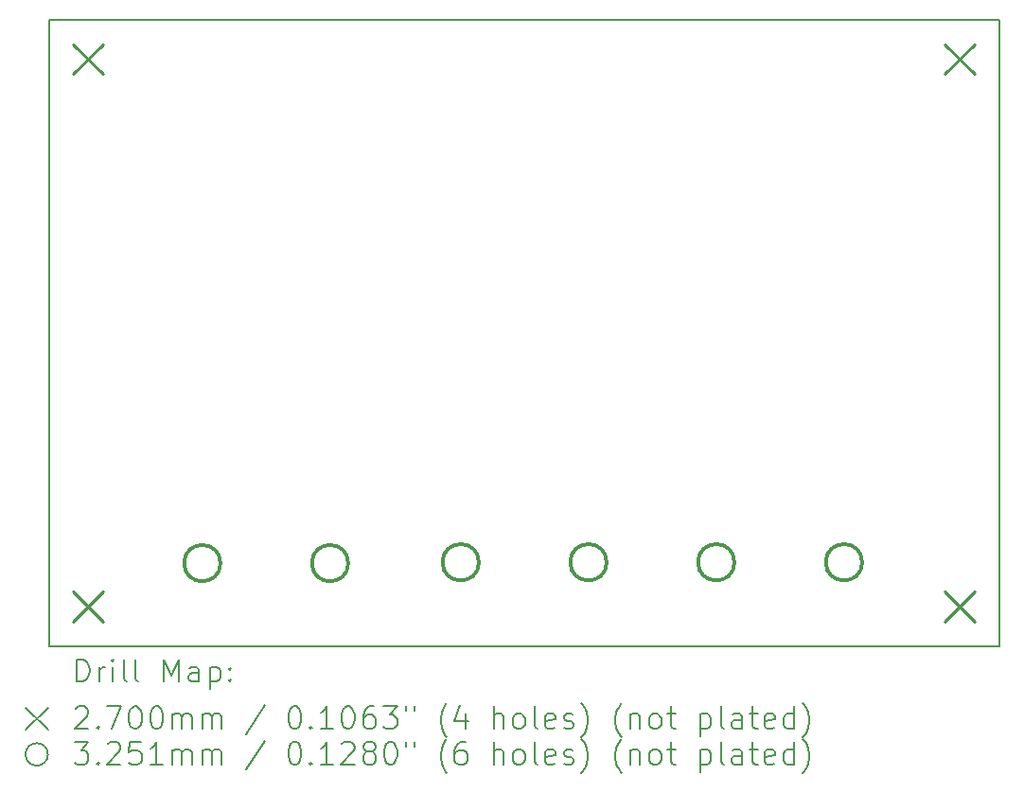
<source format=gbr>
%FSLAX45Y45*%
G04 Gerber Fmt 4.5, Leading zero omitted, Abs format (unit mm)*
G04 Created by KiCad (PCBNEW (6.0.1)) date 2022-11-09 23:02:25*
%MOMM*%
%LPD*%
G01*
G04 APERTURE LIST*
%TA.AperFunction,Profile*%
%ADD10C,0.200000*%
%TD*%
%ADD11C,0.200000*%
%ADD12C,0.270000*%
%ADD13C,0.325120*%
G04 APERTURE END LIST*
D10*
X0Y0D02*
X8500000Y0D01*
X8500000Y0D02*
X8500000Y-5600000D01*
X8500000Y-5600000D02*
X0Y-5600000D01*
X0Y-5600000D02*
X0Y0D01*
D11*
D12*
X215000Y-215000D02*
X485000Y-485000D01*
X485000Y-215000D02*
X215000Y-485000D01*
X215000Y-5115000D02*
X485000Y-5385000D01*
X485000Y-5115000D02*
X215000Y-5385000D01*
X8015000Y-215000D02*
X8285000Y-485000D01*
X8285000Y-215000D02*
X8015000Y-485000D01*
X8015000Y-5115000D02*
X8285000Y-5385000D01*
X8285000Y-5115000D02*
X8015000Y-5385000D01*
D13*
X1534160Y-4859100D02*
G75*
G03*
X1534160Y-4859100I-162560J0D01*
G01*
X2677160Y-4859100D02*
G75*
G03*
X2677160Y-4859100I-162560J0D01*
G01*
X3845560Y-4851400D02*
G75*
G03*
X3845560Y-4851400I-162560J0D01*
G01*
X4988560Y-4851400D02*
G75*
G03*
X4988560Y-4851400I-162560J0D01*
G01*
X6131560Y-4851400D02*
G75*
G03*
X6131560Y-4851400I-162560J0D01*
G01*
X7274560Y-4851400D02*
G75*
G03*
X7274560Y-4851400I-162560J0D01*
G01*
D11*
X247619Y-5920476D02*
X247619Y-5720476D01*
X295238Y-5720476D01*
X323810Y-5730000D01*
X342857Y-5749048D01*
X352381Y-5768095D01*
X361905Y-5806190D01*
X361905Y-5834762D01*
X352381Y-5872857D01*
X342857Y-5891905D01*
X323810Y-5910952D01*
X295238Y-5920476D01*
X247619Y-5920476D01*
X447619Y-5920476D02*
X447619Y-5787143D01*
X447619Y-5825238D02*
X457143Y-5806190D01*
X466667Y-5796667D01*
X485714Y-5787143D01*
X504762Y-5787143D01*
X571429Y-5920476D02*
X571429Y-5787143D01*
X571429Y-5720476D02*
X561905Y-5730000D01*
X571429Y-5739524D01*
X580952Y-5730000D01*
X571429Y-5720476D01*
X571429Y-5739524D01*
X695238Y-5920476D02*
X676190Y-5910952D01*
X666667Y-5891905D01*
X666667Y-5720476D01*
X800000Y-5920476D02*
X780952Y-5910952D01*
X771428Y-5891905D01*
X771428Y-5720476D01*
X1028571Y-5920476D02*
X1028571Y-5720476D01*
X1095238Y-5863333D01*
X1161905Y-5720476D01*
X1161905Y-5920476D01*
X1342857Y-5920476D02*
X1342857Y-5815714D01*
X1333333Y-5796667D01*
X1314286Y-5787143D01*
X1276190Y-5787143D01*
X1257143Y-5796667D01*
X1342857Y-5910952D02*
X1323810Y-5920476D01*
X1276190Y-5920476D01*
X1257143Y-5910952D01*
X1247619Y-5891905D01*
X1247619Y-5872857D01*
X1257143Y-5853809D01*
X1276190Y-5844286D01*
X1323810Y-5844286D01*
X1342857Y-5834762D01*
X1438095Y-5787143D02*
X1438095Y-5987143D01*
X1438095Y-5796667D02*
X1457143Y-5787143D01*
X1495238Y-5787143D01*
X1514286Y-5796667D01*
X1523809Y-5806190D01*
X1533333Y-5825238D01*
X1533333Y-5882381D01*
X1523809Y-5901428D01*
X1514286Y-5910952D01*
X1495238Y-5920476D01*
X1457143Y-5920476D01*
X1438095Y-5910952D01*
X1619048Y-5901428D02*
X1628571Y-5910952D01*
X1619048Y-5920476D01*
X1609524Y-5910952D01*
X1619048Y-5901428D01*
X1619048Y-5920476D01*
X1619048Y-5796667D02*
X1628571Y-5806190D01*
X1619048Y-5815714D01*
X1609524Y-5806190D01*
X1619048Y-5796667D01*
X1619048Y-5815714D01*
X-210000Y-6150000D02*
X-10000Y-6350000D01*
X-10000Y-6150000D02*
X-210000Y-6350000D01*
X238095Y-6159524D02*
X247619Y-6150000D01*
X266667Y-6140476D01*
X314286Y-6140476D01*
X333333Y-6150000D01*
X342857Y-6159524D01*
X352381Y-6178571D01*
X352381Y-6197619D01*
X342857Y-6226190D01*
X228571Y-6340476D01*
X352381Y-6340476D01*
X438095Y-6321428D02*
X447619Y-6330952D01*
X438095Y-6340476D01*
X428571Y-6330952D01*
X438095Y-6321428D01*
X438095Y-6340476D01*
X514286Y-6140476D02*
X647619Y-6140476D01*
X561905Y-6340476D01*
X761905Y-6140476D02*
X780952Y-6140476D01*
X800000Y-6150000D01*
X809524Y-6159524D01*
X819048Y-6178571D01*
X828571Y-6216667D01*
X828571Y-6264286D01*
X819048Y-6302381D01*
X809524Y-6321428D01*
X800000Y-6330952D01*
X780952Y-6340476D01*
X761905Y-6340476D01*
X742857Y-6330952D01*
X733333Y-6321428D01*
X723809Y-6302381D01*
X714286Y-6264286D01*
X714286Y-6216667D01*
X723809Y-6178571D01*
X733333Y-6159524D01*
X742857Y-6150000D01*
X761905Y-6140476D01*
X952381Y-6140476D02*
X971428Y-6140476D01*
X990476Y-6150000D01*
X1000000Y-6159524D01*
X1009524Y-6178571D01*
X1019048Y-6216667D01*
X1019048Y-6264286D01*
X1009524Y-6302381D01*
X1000000Y-6321428D01*
X990476Y-6330952D01*
X971428Y-6340476D01*
X952381Y-6340476D01*
X933333Y-6330952D01*
X923809Y-6321428D01*
X914286Y-6302381D01*
X904762Y-6264286D01*
X904762Y-6216667D01*
X914286Y-6178571D01*
X923809Y-6159524D01*
X933333Y-6150000D01*
X952381Y-6140476D01*
X1104762Y-6340476D02*
X1104762Y-6207143D01*
X1104762Y-6226190D02*
X1114286Y-6216667D01*
X1133333Y-6207143D01*
X1161905Y-6207143D01*
X1180952Y-6216667D01*
X1190476Y-6235714D01*
X1190476Y-6340476D01*
X1190476Y-6235714D02*
X1200000Y-6216667D01*
X1219048Y-6207143D01*
X1247619Y-6207143D01*
X1266667Y-6216667D01*
X1276190Y-6235714D01*
X1276190Y-6340476D01*
X1371429Y-6340476D02*
X1371429Y-6207143D01*
X1371429Y-6226190D02*
X1380952Y-6216667D01*
X1400000Y-6207143D01*
X1428571Y-6207143D01*
X1447619Y-6216667D01*
X1457143Y-6235714D01*
X1457143Y-6340476D01*
X1457143Y-6235714D02*
X1466667Y-6216667D01*
X1485714Y-6207143D01*
X1514286Y-6207143D01*
X1533333Y-6216667D01*
X1542857Y-6235714D01*
X1542857Y-6340476D01*
X1933333Y-6130952D02*
X1761905Y-6388095D01*
X2190476Y-6140476D02*
X2209524Y-6140476D01*
X2228571Y-6150000D01*
X2238095Y-6159524D01*
X2247619Y-6178571D01*
X2257143Y-6216667D01*
X2257143Y-6264286D01*
X2247619Y-6302381D01*
X2238095Y-6321428D01*
X2228571Y-6330952D01*
X2209524Y-6340476D01*
X2190476Y-6340476D01*
X2171429Y-6330952D01*
X2161905Y-6321428D01*
X2152381Y-6302381D01*
X2142857Y-6264286D01*
X2142857Y-6216667D01*
X2152381Y-6178571D01*
X2161905Y-6159524D01*
X2171429Y-6150000D01*
X2190476Y-6140476D01*
X2342857Y-6321428D02*
X2352381Y-6330952D01*
X2342857Y-6340476D01*
X2333333Y-6330952D01*
X2342857Y-6321428D01*
X2342857Y-6340476D01*
X2542857Y-6340476D02*
X2428571Y-6340476D01*
X2485714Y-6340476D02*
X2485714Y-6140476D01*
X2466667Y-6169048D01*
X2447619Y-6188095D01*
X2428571Y-6197619D01*
X2666667Y-6140476D02*
X2685714Y-6140476D01*
X2704762Y-6150000D01*
X2714286Y-6159524D01*
X2723810Y-6178571D01*
X2733333Y-6216667D01*
X2733333Y-6264286D01*
X2723810Y-6302381D01*
X2714286Y-6321428D01*
X2704762Y-6330952D01*
X2685714Y-6340476D01*
X2666667Y-6340476D01*
X2647619Y-6330952D01*
X2638095Y-6321428D01*
X2628571Y-6302381D01*
X2619048Y-6264286D01*
X2619048Y-6216667D01*
X2628571Y-6178571D01*
X2638095Y-6159524D01*
X2647619Y-6150000D01*
X2666667Y-6140476D01*
X2904762Y-6140476D02*
X2866667Y-6140476D01*
X2847619Y-6150000D01*
X2838095Y-6159524D01*
X2819048Y-6188095D01*
X2809524Y-6226190D01*
X2809524Y-6302381D01*
X2819048Y-6321428D01*
X2828571Y-6330952D01*
X2847619Y-6340476D01*
X2885714Y-6340476D01*
X2904762Y-6330952D01*
X2914286Y-6321428D01*
X2923809Y-6302381D01*
X2923809Y-6254762D01*
X2914286Y-6235714D01*
X2904762Y-6226190D01*
X2885714Y-6216667D01*
X2847619Y-6216667D01*
X2828571Y-6226190D01*
X2819048Y-6235714D01*
X2809524Y-6254762D01*
X2990476Y-6140476D02*
X3114286Y-6140476D01*
X3047619Y-6216667D01*
X3076190Y-6216667D01*
X3095238Y-6226190D01*
X3104762Y-6235714D01*
X3114286Y-6254762D01*
X3114286Y-6302381D01*
X3104762Y-6321428D01*
X3095238Y-6330952D01*
X3076190Y-6340476D01*
X3019048Y-6340476D01*
X3000000Y-6330952D01*
X2990476Y-6321428D01*
X3190476Y-6140476D02*
X3190476Y-6178571D01*
X3266667Y-6140476D02*
X3266667Y-6178571D01*
X3561905Y-6416667D02*
X3552381Y-6407143D01*
X3533333Y-6378571D01*
X3523809Y-6359524D01*
X3514286Y-6330952D01*
X3504762Y-6283333D01*
X3504762Y-6245238D01*
X3514286Y-6197619D01*
X3523809Y-6169048D01*
X3533333Y-6150000D01*
X3552381Y-6121428D01*
X3561905Y-6111905D01*
X3723809Y-6207143D02*
X3723809Y-6340476D01*
X3676190Y-6130952D02*
X3628571Y-6273809D01*
X3752381Y-6273809D01*
X3980952Y-6340476D02*
X3980952Y-6140476D01*
X4066667Y-6340476D02*
X4066667Y-6235714D01*
X4057143Y-6216667D01*
X4038095Y-6207143D01*
X4009524Y-6207143D01*
X3990476Y-6216667D01*
X3980952Y-6226190D01*
X4190476Y-6340476D02*
X4171428Y-6330952D01*
X4161905Y-6321428D01*
X4152381Y-6302381D01*
X4152381Y-6245238D01*
X4161905Y-6226190D01*
X4171428Y-6216667D01*
X4190476Y-6207143D01*
X4219048Y-6207143D01*
X4238095Y-6216667D01*
X4247619Y-6226190D01*
X4257143Y-6245238D01*
X4257143Y-6302381D01*
X4247619Y-6321428D01*
X4238095Y-6330952D01*
X4219048Y-6340476D01*
X4190476Y-6340476D01*
X4371429Y-6340476D02*
X4352381Y-6330952D01*
X4342857Y-6311905D01*
X4342857Y-6140476D01*
X4523810Y-6330952D02*
X4504762Y-6340476D01*
X4466667Y-6340476D01*
X4447619Y-6330952D01*
X4438095Y-6311905D01*
X4438095Y-6235714D01*
X4447619Y-6216667D01*
X4466667Y-6207143D01*
X4504762Y-6207143D01*
X4523810Y-6216667D01*
X4533333Y-6235714D01*
X4533333Y-6254762D01*
X4438095Y-6273809D01*
X4609524Y-6330952D02*
X4628571Y-6340476D01*
X4666667Y-6340476D01*
X4685714Y-6330952D01*
X4695238Y-6311905D01*
X4695238Y-6302381D01*
X4685714Y-6283333D01*
X4666667Y-6273809D01*
X4638095Y-6273809D01*
X4619048Y-6264286D01*
X4609524Y-6245238D01*
X4609524Y-6235714D01*
X4619048Y-6216667D01*
X4638095Y-6207143D01*
X4666667Y-6207143D01*
X4685714Y-6216667D01*
X4761905Y-6416667D02*
X4771429Y-6407143D01*
X4790476Y-6378571D01*
X4800000Y-6359524D01*
X4809524Y-6330952D01*
X4819048Y-6283333D01*
X4819048Y-6245238D01*
X4809524Y-6197619D01*
X4800000Y-6169048D01*
X4790476Y-6150000D01*
X4771429Y-6121428D01*
X4761905Y-6111905D01*
X5123810Y-6416667D02*
X5114286Y-6407143D01*
X5095238Y-6378571D01*
X5085714Y-6359524D01*
X5076190Y-6330952D01*
X5066667Y-6283333D01*
X5066667Y-6245238D01*
X5076190Y-6197619D01*
X5085714Y-6169048D01*
X5095238Y-6150000D01*
X5114286Y-6121428D01*
X5123810Y-6111905D01*
X5200000Y-6207143D02*
X5200000Y-6340476D01*
X5200000Y-6226190D02*
X5209524Y-6216667D01*
X5228571Y-6207143D01*
X5257143Y-6207143D01*
X5276190Y-6216667D01*
X5285714Y-6235714D01*
X5285714Y-6340476D01*
X5409524Y-6340476D02*
X5390476Y-6330952D01*
X5380952Y-6321428D01*
X5371429Y-6302381D01*
X5371429Y-6245238D01*
X5380952Y-6226190D01*
X5390476Y-6216667D01*
X5409524Y-6207143D01*
X5438095Y-6207143D01*
X5457143Y-6216667D01*
X5466667Y-6226190D01*
X5476190Y-6245238D01*
X5476190Y-6302381D01*
X5466667Y-6321428D01*
X5457143Y-6330952D01*
X5438095Y-6340476D01*
X5409524Y-6340476D01*
X5533333Y-6207143D02*
X5609524Y-6207143D01*
X5561905Y-6140476D02*
X5561905Y-6311905D01*
X5571429Y-6330952D01*
X5590476Y-6340476D01*
X5609524Y-6340476D01*
X5828571Y-6207143D02*
X5828571Y-6407143D01*
X5828571Y-6216667D02*
X5847619Y-6207143D01*
X5885714Y-6207143D01*
X5904762Y-6216667D01*
X5914286Y-6226190D01*
X5923809Y-6245238D01*
X5923809Y-6302381D01*
X5914286Y-6321428D01*
X5904762Y-6330952D01*
X5885714Y-6340476D01*
X5847619Y-6340476D01*
X5828571Y-6330952D01*
X6038095Y-6340476D02*
X6019048Y-6330952D01*
X6009524Y-6311905D01*
X6009524Y-6140476D01*
X6200000Y-6340476D02*
X6200000Y-6235714D01*
X6190476Y-6216667D01*
X6171428Y-6207143D01*
X6133333Y-6207143D01*
X6114286Y-6216667D01*
X6200000Y-6330952D02*
X6180952Y-6340476D01*
X6133333Y-6340476D01*
X6114286Y-6330952D01*
X6104762Y-6311905D01*
X6104762Y-6292857D01*
X6114286Y-6273809D01*
X6133333Y-6264286D01*
X6180952Y-6264286D01*
X6200000Y-6254762D01*
X6266667Y-6207143D02*
X6342857Y-6207143D01*
X6295238Y-6140476D02*
X6295238Y-6311905D01*
X6304762Y-6330952D01*
X6323809Y-6340476D01*
X6342857Y-6340476D01*
X6485714Y-6330952D02*
X6466667Y-6340476D01*
X6428571Y-6340476D01*
X6409524Y-6330952D01*
X6400000Y-6311905D01*
X6400000Y-6235714D01*
X6409524Y-6216667D01*
X6428571Y-6207143D01*
X6466667Y-6207143D01*
X6485714Y-6216667D01*
X6495238Y-6235714D01*
X6495238Y-6254762D01*
X6400000Y-6273809D01*
X6666667Y-6340476D02*
X6666667Y-6140476D01*
X6666667Y-6330952D02*
X6647619Y-6340476D01*
X6609524Y-6340476D01*
X6590476Y-6330952D01*
X6580952Y-6321428D01*
X6571428Y-6302381D01*
X6571428Y-6245238D01*
X6580952Y-6226190D01*
X6590476Y-6216667D01*
X6609524Y-6207143D01*
X6647619Y-6207143D01*
X6666667Y-6216667D01*
X6742857Y-6416667D02*
X6752381Y-6407143D01*
X6771428Y-6378571D01*
X6780952Y-6359524D01*
X6790476Y-6330952D01*
X6800000Y-6283333D01*
X6800000Y-6245238D01*
X6790476Y-6197619D01*
X6780952Y-6169048D01*
X6771428Y-6150000D01*
X6752381Y-6121428D01*
X6742857Y-6111905D01*
X-10000Y-6570000D02*
G75*
G03*
X-10000Y-6570000I-100000J0D01*
G01*
X228571Y-6460476D02*
X352381Y-6460476D01*
X285714Y-6536667D01*
X314286Y-6536667D01*
X333333Y-6546190D01*
X342857Y-6555714D01*
X352381Y-6574762D01*
X352381Y-6622381D01*
X342857Y-6641428D01*
X333333Y-6650952D01*
X314286Y-6660476D01*
X257143Y-6660476D01*
X238095Y-6650952D01*
X228571Y-6641428D01*
X438095Y-6641428D02*
X447619Y-6650952D01*
X438095Y-6660476D01*
X428571Y-6650952D01*
X438095Y-6641428D01*
X438095Y-6660476D01*
X523809Y-6479524D02*
X533333Y-6470000D01*
X552381Y-6460476D01*
X600000Y-6460476D01*
X619048Y-6470000D01*
X628571Y-6479524D01*
X638095Y-6498571D01*
X638095Y-6517619D01*
X628571Y-6546190D01*
X514286Y-6660476D01*
X638095Y-6660476D01*
X819048Y-6460476D02*
X723809Y-6460476D01*
X714286Y-6555714D01*
X723809Y-6546190D01*
X742857Y-6536667D01*
X790476Y-6536667D01*
X809524Y-6546190D01*
X819048Y-6555714D01*
X828571Y-6574762D01*
X828571Y-6622381D01*
X819048Y-6641428D01*
X809524Y-6650952D01*
X790476Y-6660476D01*
X742857Y-6660476D01*
X723809Y-6650952D01*
X714286Y-6641428D01*
X1019048Y-6660476D02*
X904762Y-6660476D01*
X961905Y-6660476D02*
X961905Y-6460476D01*
X942857Y-6489048D01*
X923809Y-6508095D01*
X904762Y-6517619D01*
X1104762Y-6660476D02*
X1104762Y-6527143D01*
X1104762Y-6546190D02*
X1114286Y-6536667D01*
X1133333Y-6527143D01*
X1161905Y-6527143D01*
X1180952Y-6536667D01*
X1190476Y-6555714D01*
X1190476Y-6660476D01*
X1190476Y-6555714D02*
X1200000Y-6536667D01*
X1219048Y-6527143D01*
X1247619Y-6527143D01*
X1266667Y-6536667D01*
X1276190Y-6555714D01*
X1276190Y-6660476D01*
X1371429Y-6660476D02*
X1371429Y-6527143D01*
X1371429Y-6546190D02*
X1380952Y-6536667D01*
X1400000Y-6527143D01*
X1428571Y-6527143D01*
X1447619Y-6536667D01*
X1457143Y-6555714D01*
X1457143Y-6660476D01*
X1457143Y-6555714D02*
X1466667Y-6536667D01*
X1485714Y-6527143D01*
X1514286Y-6527143D01*
X1533333Y-6536667D01*
X1542857Y-6555714D01*
X1542857Y-6660476D01*
X1933333Y-6450952D02*
X1761905Y-6708095D01*
X2190476Y-6460476D02*
X2209524Y-6460476D01*
X2228571Y-6470000D01*
X2238095Y-6479524D01*
X2247619Y-6498571D01*
X2257143Y-6536667D01*
X2257143Y-6584286D01*
X2247619Y-6622381D01*
X2238095Y-6641428D01*
X2228571Y-6650952D01*
X2209524Y-6660476D01*
X2190476Y-6660476D01*
X2171429Y-6650952D01*
X2161905Y-6641428D01*
X2152381Y-6622381D01*
X2142857Y-6584286D01*
X2142857Y-6536667D01*
X2152381Y-6498571D01*
X2161905Y-6479524D01*
X2171429Y-6470000D01*
X2190476Y-6460476D01*
X2342857Y-6641428D02*
X2352381Y-6650952D01*
X2342857Y-6660476D01*
X2333333Y-6650952D01*
X2342857Y-6641428D01*
X2342857Y-6660476D01*
X2542857Y-6660476D02*
X2428571Y-6660476D01*
X2485714Y-6660476D02*
X2485714Y-6460476D01*
X2466667Y-6489048D01*
X2447619Y-6508095D01*
X2428571Y-6517619D01*
X2619048Y-6479524D02*
X2628571Y-6470000D01*
X2647619Y-6460476D01*
X2695238Y-6460476D01*
X2714286Y-6470000D01*
X2723810Y-6479524D01*
X2733333Y-6498571D01*
X2733333Y-6517619D01*
X2723810Y-6546190D01*
X2609524Y-6660476D01*
X2733333Y-6660476D01*
X2847619Y-6546190D02*
X2828571Y-6536667D01*
X2819048Y-6527143D01*
X2809524Y-6508095D01*
X2809524Y-6498571D01*
X2819048Y-6479524D01*
X2828571Y-6470000D01*
X2847619Y-6460476D01*
X2885714Y-6460476D01*
X2904762Y-6470000D01*
X2914286Y-6479524D01*
X2923809Y-6498571D01*
X2923809Y-6508095D01*
X2914286Y-6527143D01*
X2904762Y-6536667D01*
X2885714Y-6546190D01*
X2847619Y-6546190D01*
X2828571Y-6555714D01*
X2819048Y-6565238D01*
X2809524Y-6584286D01*
X2809524Y-6622381D01*
X2819048Y-6641428D01*
X2828571Y-6650952D01*
X2847619Y-6660476D01*
X2885714Y-6660476D01*
X2904762Y-6650952D01*
X2914286Y-6641428D01*
X2923809Y-6622381D01*
X2923809Y-6584286D01*
X2914286Y-6565238D01*
X2904762Y-6555714D01*
X2885714Y-6546190D01*
X3047619Y-6460476D02*
X3066667Y-6460476D01*
X3085714Y-6470000D01*
X3095238Y-6479524D01*
X3104762Y-6498571D01*
X3114286Y-6536667D01*
X3114286Y-6584286D01*
X3104762Y-6622381D01*
X3095238Y-6641428D01*
X3085714Y-6650952D01*
X3066667Y-6660476D01*
X3047619Y-6660476D01*
X3028571Y-6650952D01*
X3019048Y-6641428D01*
X3009524Y-6622381D01*
X3000000Y-6584286D01*
X3000000Y-6536667D01*
X3009524Y-6498571D01*
X3019048Y-6479524D01*
X3028571Y-6470000D01*
X3047619Y-6460476D01*
X3190476Y-6460476D02*
X3190476Y-6498571D01*
X3266667Y-6460476D02*
X3266667Y-6498571D01*
X3561905Y-6736667D02*
X3552381Y-6727143D01*
X3533333Y-6698571D01*
X3523809Y-6679524D01*
X3514286Y-6650952D01*
X3504762Y-6603333D01*
X3504762Y-6565238D01*
X3514286Y-6517619D01*
X3523809Y-6489048D01*
X3533333Y-6470000D01*
X3552381Y-6441428D01*
X3561905Y-6431905D01*
X3723809Y-6460476D02*
X3685714Y-6460476D01*
X3666667Y-6470000D01*
X3657143Y-6479524D01*
X3638095Y-6508095D01*
X3628571Y-6546190D01*
X3628571Y-6622381D01*
X3638095Y-6641428D01*
X3647619Y-6650952D01*
X3666667Y-6660476D01*
X3704762Y-6660476D01*
X3723809Y-6650952D01*
X3733333Y-6641428D01*
X3742857Y-6622381D01*
X3742857Y-6574762D01*
X3733333Y-6555714D01*
X3723809Y-6546190D01*
X3704762Y-6536667D01*
X3666667Y-6536667D01*
X3647619Y-6546190D01*
X3638095Y-6555714D01*
X3628571Y-6574762D01*
X3980952Y-6660476D02*
X3980952Y-6460476D01*
X4066667Y-6660476D02*
X4066667Y-6555714D01*
X4057143Y-6536667D01*
X4038095Y-6527143D01*
X4009524Y-6527143D01*
X3990476Y-6536667D01*
X3980952Y-6546190D01*
X4190476Y-6660476D02*
X4171428Y-6650952D01*
X4161905Y-6641428D01*
X4152381Y-6622381D01*
X4152381Y-6565238D01*
X4161905Y-6546190D01*
X4171428Y-6536667D01*
X4190476Y-6527143D01*
X4219048Y-6527143D01*
X4238095Y-6536667D01*
X4247619Y-6546190D01*
X4257143Y-6565238D01*
X4257143Y-6622381D01*
X4247619Y-6641428D01*
X4238095Y-6650952D01*
X4219048Y-6660476D01*
X4190476Y-6660476D01*
X4371429Y-6660476D02*
X4352381Y-6650952D01*
X4342857Y-6631905D01*
X4342857Y-6460476D01*
X4523810Y-6650952D02*
X4504762Y-6660476D01*
X4466667Y-6660476D01*
X4447619Y-6650952D01*
X4438095Y-6631905D01*
X4438095Y-6555714D01*
X4447619Y-6536667D01*
X4466667Y-6527143D01*
X4504762Y-6527143D01*
X4523810Y-6536667D01*
X4533333Y-6555714D01*
X4533333Y-6574762D01*
X4438095Y-6593809D01*
X4609524Y-6650952D02*
X4628571Y-6660476D01*
X4666667Y-6660476D01*
X4685714Y-6650952D01*
X4695238Y-6631905D01*
X4695238Y-6622381D01*
X4685714Y-6603333D01*
X4666667Y-6593809D01*
X4638095Y-6593809D01*
X4619048Y-6584286D01*
X4609524Y-6565238D01*
X4609524Y-6555714D01*
X4619048Y-6536667D01*
X4638095Y-6527143D01*
X4666667Y-6527143D01*
X4685714Y-6536667D01*
X4761905Y-6736667D02*
X4771429Y-6727143D01*
X4790476Y-6698571D01*
X4800000Y-6679524D01*
X4809524Y-6650952D01*
X4819048Y-6603333D01*
X4819048Y-6565238D01*
X4809524Y-6517619D01*
X4800000Y-6489048D01*
X4790476Y-6470000D01*
X4771429Y-6441428D01*
X4761905Y-6431905D01*
X5123810Y-6736667D02*
X5114286Y-6727143D01*
X5095238Y-6698571D01*
X5085714Y-6679524D01*
X5076190Y-6650952D01*
X5066667Y-6603333D01*
X5066667Y-6565238D01*
X5076190Y-6517619D01*
X5085714Y-6489048D01*
X5095238Y-6470000D01*
X5114286Y-6441428D01*
X5123810Y-6431905D01*
X5200000Y-6527143D02*
X5200000Y-6660476D01*
X5200000Y-6546190D02*
X5209524Y-6536667D01*
X5228571Y-6527143D01*
X5257143Y-6527143D01*
X5276190Y-6536667D01*
X5285714Y-6555714D01*
X5285714Y-6660476D01*
X5409524Y-6660476D02*
X5390476Y-6650952D01*
X5380952Y-6641428D01*
X5371429Y-6622381D01*
X5371429Y-6565238D01*
X5380952Y-6546190D01*
X5390476Y-6536667D01*
X5409524Y-6527143D01*
X5438095Y-6527143D01*
X5457143Y-6536667D01*
X5466667Y-6546190D01*
X5476190Y-6565238D01*
X5476190Y-6622381D01*
X5466667Y-6641428D01*
X5457143Y-6650952D01*
X5438095Y-6660476D01*
X5409524Y-6660476D01*
X5533333Y-6527143D02*
X5609524Y-6527143D01*
X5561905Y-6460476D02*
X5561905Y-6631905D01*
X5571429Y-6650952D01*
X5590476Y-6660476D01*
X5609524Y-6660476D01*
X5828571Y-6527143D02*
X5828571Y-6727143D01*
X5828571Y-6536667D02*
X5847619Y-6527143D01*
X5885714Y-6527143D01*
X5904762Y-6536667D01*
X5914286Y-6546190D01*
X5923809Y-6565238D01*
X5923809Y-6622381D01*
X5914286Y-6641428D01*
X5904762Y-6650952D01*
X5885714Y-6660476D01*
X5847619Y-6660476D01*
X5828571Y-6650952D01*
X6038095Y-6660476D02*
X6019048Y-6650952D01*
X6009524Y-6631905D01*
X6009524Y-6460476D01*
X6200000Y-6660476D02*
X6200000Y-6555714D01*
X6190476Y-6536667D01*
X6171428Y-6527143D01*
X6133333Y-6527143D01*
X6114286Y-6536667D01*
X6200000Y-6650952D02*
X6180952Y-6660476D01*
X6133333Y-6660476D01*
X6114286Y-6650952D01*
X6104762Y-6631905D01*
X6104762Y-6612857D01*
X6114286Y-6593809D01*
X6133333Y-6584286D01*
X6180952Y-6584286D01*
X6200000Y-6574762D01*
X6266667Y-6527143D02*
X6342857Y-6527143D01*
X6295238Y-6460476D02*
X6295238Y-6631905D01*
X6304762Y-6650952D01*
X6323809Y-6660476D01*
X6342857Y-6660476D01*
X6485714Y-6650952D02*
X6466667Y-6660476D01*
X6428571Y-6660476D01*
X6409524Y-6650952D01*
X6400000Y-6631905D01*
X6400000Y-6555714D01*
X6409524Y-6536667D01*
X6428571Y-6527143D01*
X6466667Y-6527143D01*
X6485714Y-6536667D01*
X6495238Y-6555714D01*
X6495238Y-6574762D01*
X6400000Y-6593809D01*
X6666667Y-6660476D02*
X6666667Y-6460476D01*
X6666667Y-6650952D02*
X6647619Y-6660476D01*
X6609524Y-6660476D01*
X6590476Y-6650952D01*
X6580952Y-6641428D01*
X6571428Y-6622381D01*
X6571428Y-6565238D01*
X6580952Y-6546190D01*
X6590476Y-6536667D01*
X6609524Y-6527143D01*
X6647619Y-6527143D01*
X6666667Y-6536667D01*
X6742857Y-6736667D02*
X6752381Y-6727143D01*
X6771428Y-6698571D01*
X6780952Y-6679524D01*
X6790476Y-6650952D01*
X6800000Y-6603333D01*
X6800000Y-6565238D01*
X6790476Y-6517619D01*
X6780952Y-6489048D01*
X6771428Y-6470000D01*
X6752381Y-6441428D01*
X6742857Y-6431905D01*
M02*

</source>
